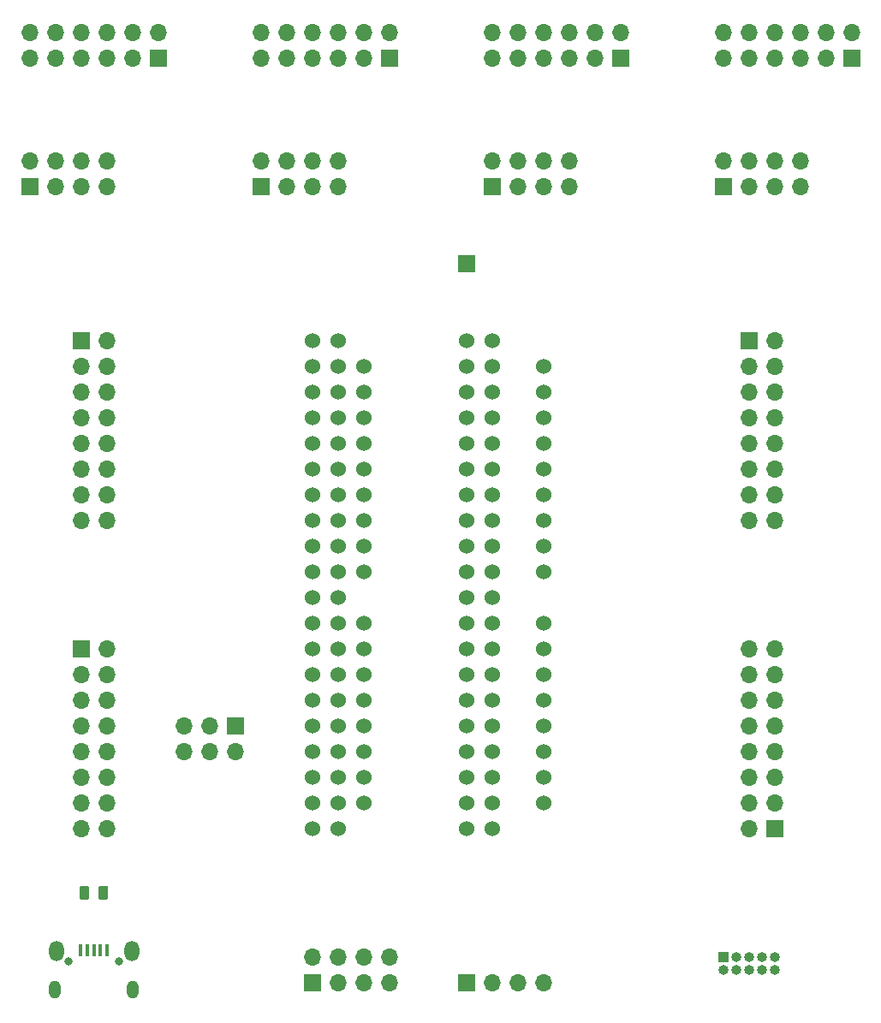
<source format=gbr>
%TF.GenerationSoftware,KiCad,Pcbnew,5.1.10*%
%TF.CreationDate,2021-09-24T20:54:15+02:00*%
%TF.ProjectId,ucdev_board,75636465-765f-4626-9f61-72642e6b6963,rev?*%
%TF.SameCoordinates,Original*%
%TF.FileFunction,Soldermask,Top*%
%TF.FilePolarity,Negative*%
%FSLAX46Y46*%
G04 Gerber Fmt 4.6, Leading zero omitted, Abs format (unit mm)*
G04 Created by KiCad (PCBNEW 5.1.10) date 2021-09-24 20:54:15*
%MOMM*%
%LPD*%
G01*
G04 APERTURE LIST*
%ADD10O,0.800000X0.800000*%
%ADD11O,1.150000X1.800000*%
%ADD12O,1.450000X2.000000*%
%ADD13R,0.450000X1.300000*%
%ADD14O,1.700000X1.700000*%
%ADD15R,1.700000X1.700000*%
%ADD16O,1.000000X1.000000*%
%ADD17R,1.000000X1.000000*%
%ADD18C,1.524000*%
G04 APERTURE END LIST*
D10*
%TO.C,J8*%
X69810000Y-119850000D03*
X64810000Y-119850000D03*
D11*
X71185000Y-122600000D03*
X63435000Y-122600000D03*
D12*
X71035000Y-118800000D03*
X63585000Y-118800000D03*
D13*
X68610000Y-118750000D03*
X67960000Y-118750000D03*
X67310000Y-118750000D03*
X66660000Y-118750000D03*
X66010000Y-118750000D03*
%TD*%
%TO.C,D1*%
G36*
G01*
X66860000Y-112573750D02*
X66860000Y-113486250D01*
G75*
G02*
X66616250Y-113730000I-243750J0D01*
G01*
X66128750Y-113730000D01*
G75*
G02*
X65885000Y-113486250I0J243750D01*
G01*
X65885000Y-112573750D01*
G75*
G02*
X66128750Y-112330000I243750J0D01*
G01*
X66616250Y-112330000D01*
G75*
G02*
X66860000Y-112573750I0J-243750D01*
G01*
G37*
G36*
G01*
X68735000Y-112573750D02*
X68735000Y-113486250D01*
G75*
G02*
X68491250Y-113730000I-243750J0D01*
G01*
X68003750Y-113730000D01*
G75*
G02*
X67760000Y-113486250I0J243750D01*
G01*
X67760000Y-112573750D01*
G75*
G02*
X68003750Y-112330000I243750J0D01*
G01*
X68491250Y-112330000D01*
G75*
G02*
X68735000Y-112573750I0J-243750D01*
G01*
G37*
%TD*%
D14*
%TO.C,J7*%
X137160000Y-40640000D03*
X137160000Y-43180000D03*
X134620000Y-40640000D03*
X134620000Y-43180000D03*
X132080000Y-40640000D03*
X132080000Y-43180000D03*
X129540000Y-40640000D03*
D15*
X129540000Y-43180000D03*
%TD*%
D14*
%TO.C,J6*%
X114300000Y-40640000D03*
X114300000Y-43180000D03*
X111760000Y-40640000D03*
X111760000Y-43180000D03*
X109220000Y-40640000D03*
X109220000Y-43180000D03*
X106680000Y-40640000D03*
D15*
X106680000Y-43180000D03*
%TD*%
D14*
%TO.C,J5*%
X91440000Y-40640000D03*
X91440000Y-43180000D03*
X88900000Y-40640000D03*
X88900000Y-43180000D03*
X86360000Y-40640000D03*
X86360000Y-43180000D03*
X83820000Y-40640000D03*
D15*
X83820000Y-43180000D03*
%TD*%
D14*
%TO.C,J4*%
X68580000Y-40640000D03*
X68580000Y-43180000D03*
X66040000Y-40640000D03*
X66040000Y-43180000D03*
X63500000Y-40640000D03*
X63500000Y-43180000D03*
X60960000Y-40640000D03*
D15*
X60960000Y-43180000D03*
%TD*%
D14*
%TO.C,USB_EN1*%
X76200000Y-99060000D03*
X76200000Y-96520000D03*
X78740000Y-99060000D03*
X78740000Y-96520000D03*
X81280000Y-99060000D03*
D15*
X81280000Y-96520000D03*
%TD*%
D14*
%TO.C,PB_LO1*%
X134620000Y-76200000D03*
X132080000Y-76200000D03*
X134620000Y-73660000D03*
X132080000Y-73660000D03*
X134620000Y-71120000D03*
X132080000Y-71120000D03*
X134620000Y-68580000D03*
X132080000Y-68580000D03*
X134620000Y-66040000D03*
X132080000Y-66040000D03*
X134620000Y-63500000D03*
X132080000Y-63500000D03*
X134620000Y-60960000D03*
X132080000Y-60960000D03*
X134620000Y-58420000D03*
D15*
X132080000Y-58420000D03*
%TD*%
D14*
%TO.C,PB_HI1*%
X68580000Y-76200000D03*
X66040000Y-76200000D03*
X68580000Y-73660000D03*
X66040000Y-73660000D03*
X68580000Y-71120000D03*
X66040000Y-71120000D03*
X68580000Y-68580000D03*
X66040000Y-68580000D03*
X68580000Y-66040000D03*
X66040000Y-66040000D03*
X68580000Y-63500000D03*
X66040000Y-63500000D03*
X68580000Y-60960000D03*
X66040000Y-60960000D03*
X68580000Y-58420000D03*
D15*
X66040000Y-58420000D03*
%TD*%
D14*
%TO.C,PA_LO1*%
X132080000Y-88900000D03*
X134620000Y-88900000D03*
X132080000Y-91440000D03*
X134620000Y-91440000D03*
X132080000Y-93980000D03*
X134620000Y-93980000D03*
X132080000Y-96520000D03*
X134620000Y-96520000D03*
X132080000Y-99060000D03*
X134620000Y-99060000D03*
X132080000Y-101600000D03*
X134620000Y-101600000D03*
X132080000Y-104140000D03*
X134620000Y-104140000D03*
X132080000Y-106680000D03*
D15*
X134620000Y-106680000D03*
%TD*%
D14*
%TO.C,PA_HI1*%
X68580000Y-106680000D03*
X66040000Y-106680000D03*
X68580000Y-104140000D03*
X66040000Y-104140000D03*
X68580000Y-101600000D03*
X66040000Y-101600000D03*
X68580000Y-99060000D03*
X66040000Y-99060000D03*
X68580000Y-96520000D03*
X66040000Y-96520000D03*
X68580000Y-93980000D03*
X66040000Y-93980000D03*
X68580000Y-91440000D03*
X66040000Y-91440000D03*
X68580000Y-88900000D03*
D15*
X66040000Y-88900000D03*
%TD*%
D16*
%TO.C,JTAG1*%
X134620000Y-120650000D03*
X134620000Y-119380000D03*
X133350000Y-120650000D03*
X133350000Y-119380000D03*
X132080000Y-120650000D03*
X132080000Y-119380000D03*
X130810000Y-120650000D03*
X130810000Y-119380000D03*
X129540000Y-120650000D03*
D17*
X129540000Y-119380000D03*
%TD*%
D14*
%TO.C,PMOD4*%
X129540000Y-27940000D03*
X129540000Y-30480000D03*
X132080000Y-27940000D03*
X132080000Y-30480000D03*
X134620000Y-27940000D03*
X134620000Y-30480000D03*
X137160000Y-27940000D03*
X137160000Y-30480000D03*
X139700000Y-27940000D03*
X139700000Y-30480000D03*
X142240000Y-27940000D03*
D15*
X142240000Y-30480000D03*
%TD*%
D14*
%TO.C,PMOD3*%
X106680000Y-27940000D03*
X106680000Y-30480000D03*
X109220000Y-27940000D03*
X109220000Y-30480000D03*
X111760000Y-27940000D03*
X111760000Y-30480000D03*
X114300000Y-27940000D03*
X114300000Y-30480000D03*
X116840000Y-27940000D03*
X116840000Y-30480000D03*
X119380000Y-27940000D03*
D15*
X119380000Y-30480000D03*
%TD*%
D14*
%TO.C,PMOD2*%
X83820000Y-27940000D03*
X83820000Y-30480000D03*
X86360000Y-27940000D03*
X86360000Y-30480000D03*
X88900000Y-27940000D03*
X88900000Y-30480000D03*
X91440000Y-27940000D03*
X91440000Y-30480000D03*
X93980000Y-27940000D03*
X93980000Y-30480000D03*
X96520000Y-27940000D03*
D15*
X96520000Y-30480000D03*
%TD*%
D14*
%TO.C,PMOD1*%
X60960000Y-27940000D03*
X60960000Y-30480000D03*
X63500000Y-27940000D03*
X63500000Y-30480000D03*
X66040000Y-27940000D03*
X66040000Y-30480000D03*
X68580000Y-27940000D03*
X68580000Y-30480000D03*
X71120000Y-27940000D03*
X71120000Y-30480000D03*
X73660000Y-27940000D03*
D15*
X73660000Y-30480000D03*
%TD*%
D14*
%TO.C,J3*%
X96520000Y-119380000D03*
X96520000Y-121920000D03*
X93980000Y-119380000D03*
X93980000Y-121920000D03*
X91440000Y-119380000D03*
X91440000Y-121920000D03*
X88900000Y-119380000D03*
D15*
X88900000Y-121920000D03*
%TD*%
D14*
%TO.C,J2*%
X111760000Y-121920000D03*
X109220000Y-121920000D03*
X106680000Y-121920000D03*
D15*
X104140000Y-121920000D03*
%TD*%
%TO.C,J1*%
X104140000Y-50800000D03*
%TD*%
D18*
%TO.C,U3*%
X111760000Y-60960000D03*
X111760000Y-63500000D03*
X111760000Y-66040000D03*
X111760000Y-68580000D03*
X111760000Y-71120000D03*
X111760000Y-73660000D03*
X111760000Y-76200000D03*
X111760000Y-78740000D03*
X111760000Y-81280000D03*
X111760000Y-86360000D03*
X111760000Y-88900000D03*
X111760000Y-91440000D03*
X111760000Y-93980000D03*
X111760000Y-96520000D03*
X111760000Y-99060000D03*
X111760000Y-101600000D03*
X111760000Y-104140000D03*
X93980000Y-104140000D03*
X93980000Y-101600000D03*
X93980000Y-96520000D03*
X93980000Y-93980000D03*
X93980000Y-91440000D03*
X93980000Y-88900000D03*
X93980000Y-86360000D03*
X93980000Y-81280000D03*
X93980000Y-78740000D03*
X93980000Y-76200000D03*
X93980000Y-73660000D03*
X93980000Y-71120000D03*
X93980000Y-68580000D03*
X93980000Y-66040000D03*
X93980000Y-63500000D03*
X93980000Y-60960000D03*
X93980000Y-99060000D03*
%TD*%
%TO.C,U1*%
X106680000Y-58420000D03*
X106680000Y-60960000D03*
X106680000Y-63500000D03*
X106680000Y-66040000D03*
X106680000Y-68580000D03*
X106680000Y-71120000D03*
X106680000Y-73660000D03*
X106680000Y-76200000D03*
X106680000Y-78740000D03*
X106680000Y-81280000D03*
X106680000Y-83820000D03*
X106680000Y-86360000D03*
X106680000Y-88900000D03*
X106680000Y-91440000D03*
X106680000Y-93980000D03*
X106680000Y-96520000D03*
X106680000Y-99060000D03*
X106680000Y-101600000D03*
X106680000Y-104140000D03*
X106680000Y-106680000D03*
X91440000Y-106680000D03*
X91440000Y-104140000D03*
X91440000Y-101600000D03*
X91440000Y-99060000D03*
X91440000Y-96520000D03*
X91440000Y-93980000D03*
X91440000Y-91440000D03*
X91440000Y-88900000D03*
X91440000Y-86360000D03*
X91440000Y-83820000D03*
X91440000Y-81280000D03*
X91440000Y-78740000D03*
X91440000Y-76200000D03*
X91440000Y-73660000D03*
X91440000Y-71120000D03*
X91440000Y-68580000D03*
X91440000Y-66040000D03*
X91440000Y-63500000D03*
X91440000Y-60960000D03*
X91440000Y-58420000D03*
%TD*%
%TO.C,U2*%
X104140000Y-58420000D03*
X104140000Y-60960000D03*
X104140000Y-63500000D03*
X104140000Y-66040000D03*
X104140000Y-68580000D03*
X104140000Y-71120000D03*
X104140000Y-73660000D03*
X104140000Y-76200000D03*
X104140000Y-78740000D03*
X104140000Y-81280000D03*
X104140000Y-83820000D03*
X104140000Y-86360000D03*
X104140000Y-88900000D03*
X104140000Y-91440000D03*
X104140000Y-93980000D03*
X104140000Y-96520000D03*
X104140000Y-99060000D03*
X104140000Y-101600000D03*
X104140000Y-104140000D03*
X104140000Y-106680000D03*
X88900000Y-106680000D03*
X88900000Y-104140000D03*
X88900000Y-101600000D03*
X88900000Y-99060000D03*
X88900000Y-96520000D03*
X88900000Y-93980000D03*
X88900000Y-91440000D03*
X88900000Y-88900000D03*
X88900000Y-86360000D03*
X88900000Y-83820000D03*
X88900000Y-81280000D03*
X88900000Y-78740000D03*
X88900000Y-76200000D03*
X88900000Y-73660000D03*
X88900000Y-71120000D03*
X88900000Y-68580000D03*
X88900000Y-66040000D03*
X88900000Y-63500000D03*
X88900000Y-60960000D03*
X88900000Y-58420000D03*
%TD*%
M02*

</source>
